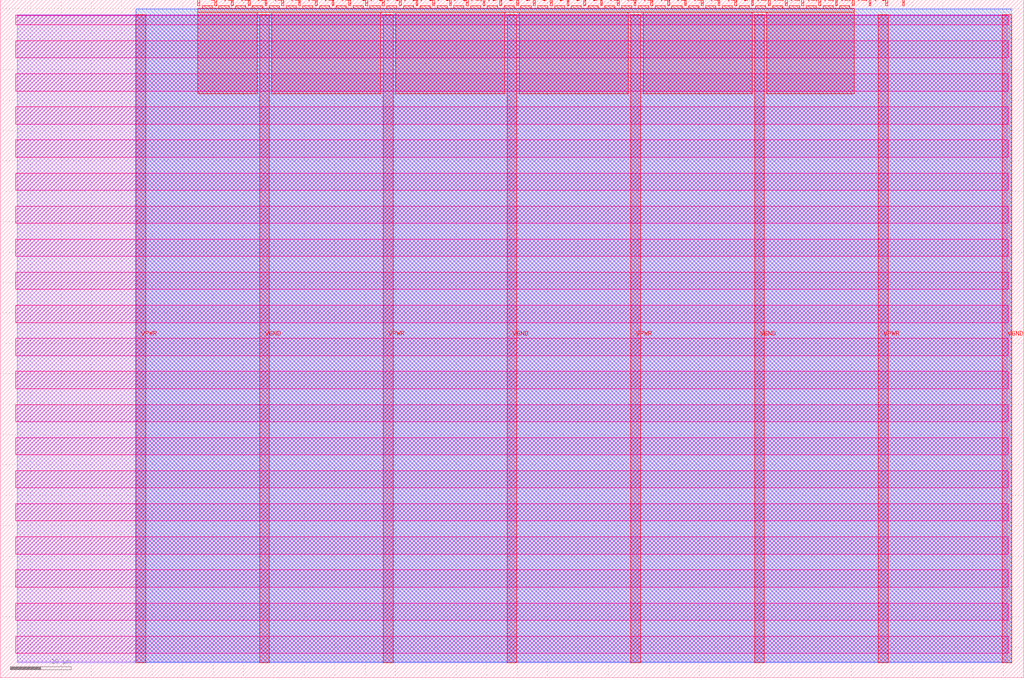
<source format=lef>
VERSION 5.7 ;
  NOWIREEXTENSIONATPIN ON ;
  DIVIDERCHAR "/" ;
  BUSBITCHARS "[]" ;
MACRO tt_um_wokwi_380408936929183745
  CLASS BLOCK ;
  FOREIGN tt_um_wokwi_380408936929183745 ;
  ORIGIN 0.000 0.000 ;
  SIZE 168.360 BY 111.520 ;
  PIN VGND
    DIRECTION INOUT ;
    USE GROUND ;
    PORT
      LAYER met4 ;
        RECT 42.670 2.480 44.270 109.040 ;
    END
    PORT
      LAYER met4 ;
        RECT 83.380 2.480 84.980 109.040 ;
    END
    PORT
      LAYER met4 ;
        RECT 124.090 2.480 125.690 109.040 ;
    END
    PORT
      LAYER met4 ;
        RECT 164.800 2.480 166.400 109.040 ;
    END
  END VGND
  PIN VPWR
    DIRECTION INOUT ;
    USE POWER ;
    PORT
      LAYER met4 ;
        RECT 22.315 2.480 23.915 109.040 ;
    END
    PORT
      LAYER met4 ;
        RECT 63.025 2.480 64.625 109.040 ;
    END
    PORT
      LAYER met4 ;
        RECT 103.735 2.480 105.335 109.040 ;
    END
    PORT
      LAYER met4 ;
        RECT 144.445 2.480 146.045 109.040 ;
    END
  END VPWR
  PIN clk
    DIRECTION INPUT ;
    USE SIGNAL ;
    PORT
      LAYER met4 ;
        RECT 145.670 110.520 145.970 111.520 ;
    END
  END clk
  PIN ena
    DIRECTION INPUT ;
    USE SIGNAL ;
    PORT
      LAYER met4 ;
        RECT 148.430 110.520 148.730 111.520 ;
    END
  END ena
  PIN rst_n
    DIRECTION INPUT ;
    USE SIGNAL ;
    PORT
      LAYER met4 ;
        RECT 142.910 110.520 143.210 111.520 ;
    END
  END rst_n
  PIN ui_in[0]
    DIRECTION INPUT ;
    USE SIGNAL ;
    ANTENNAGATEAREA 0.196500 ;
    PORT
      LAYER met4 ;
        RECT 140.150 110.520 140.450 111.520 ;
    END
  END ui_in[0]
  PIN ui_in[1]
    DIRECTION INPUT ;
    USE SIGNAL ;
    ANTENNAGATEAREA 0.196500 ;
    PORT
      LAYER met4 ;
        RECT 137.390 110.520 137.690 111.520 ;
    END
  END ui_in[1]
  PIN ui_in[2]
    DIRECTION INPUT ;
    USE SIGNAL ;
    PORT
      LAYER met4 ;
        RECT 134.630 110.520 134.930 111.520 ;
    END
  END ui_in[2]
  PIN ui_in[3]
    DIRECTION INPUT ;
    USE SIGNAL ;
    PORT
      LAYER met4 ;
        RECT 131.870 110.520 132.170 111.520 ;
    END
  END ui_in[3]
  PIN ui_in[4]
    DIRECTION INPUT ;
    USE SIGNAL ;
    PORT
      LAYER met4 ;
        RECT 129.110 110.520 129.410 111.520 ;
    END
  END ui_in[4]
  PIN ui_in[5]
    DIRECTION INPUT ;
    USE SIGNAL ;
    PORT
      LAYER met4 ;
        RECT 126.350 110.520 126.650 111.520 ;
    END
  END ui_in[5]
  PIN ui_in[6]
    DIRECTION INPUT ;
    USE SIGNAL ;
    ANTENNAGATEAREA 0.196500 ;
    PORT
      LAYER met4 ;
        RECT 123.590 110.520 123.890 111.520 ;
    END
  END ui_in[6]
  PIN ui_in[7]
    DIRECTION INPUT ;
    USE SIGNAL ;
    ANTENNAGATEAREA 0.196500 ;
    PORT
      LAYER met4 ;
        RECT 120.830 110.520 121.130 111.520 ;
    END
  END ui_in[7]
  PIN uio_in[0]
    DIRECTION INPUT ;
    USE SIGNAL ;
    PORT
      LAYER met4 ;
        RECT 118.070 110.520 118.370 111.520 ;
    END
  END uio_in[0]
  PIN uio_in[1]
    DIRECTION INPUT ;
    USE SIGNAL ;
    PORT
      LAYER met4 ;
        RECT 115.310 110.520 115.610 111.520 ;
    END
  END uio_in[1]
  PIN uio_in[2]
    DIRECTION INPUT ;
    USE SIGNAL ;
    PORT
      LAYER met4 ;
        RECT 112.550 110.520 112.850 111.520 ;
    END
  END uio_in[2]
  PIN uio_in[3]
    DIRECTION INPUT ;
    USE SIGNAL ;
    PORT
      LAYER met4 ;
        RECT 109.790 110.520 110.090 111.520 ;
    END
  END uio_in[3]
  PIN uio_in[4]
    DIRECTION INPUT ;
    USE SIGNAL ;
    PORT
      LAYER met4 ;
        RECT 107.030 110.520 107.330 111.520 ;
    END
  END uio_in[4]
  PIN uio_in[5]
    DIRECTION INPUT ;
    USE SIGNAL ;
    PORT
      LAYER met4 ;
        RECT 104.270 110.520 104.570 111.520 ;
    END
  END uio_in[5]
  PIN uio_in[6]
    DIRECTION INPUT ;
    USE SIGNAL ;
    PORT
      LAYER met4 ;
        RECT 101.510 110.520 101.810 111.520 ;
    END
  END uio_in[6]
  PIN uio_in[7]
    DIRECTION INPUT ;
    USE SIGNAL ;
    PORT
      LAYER met4 ;
        RECT 98.750 110.520 99.050 111.520 ;
    END
  END uio_in[7]
  PIN uio_oe[0]
    DIRECTION OUTPUT TRISTATE ;
    USE SIGNAL ;
    PORT
      LAYER met4 ;
        RECT 51.830 110.520 52.130 111.520 ;
    END
  END uio_oe[0]
  PIN uio_oe[1]
    DIRECTION OUTPUT TRISTATE ;
    USE SIGNAL ;
    PORT
      LAYER met4 ;
        RECT 49.070 110.520 49.370 111.520 ;
    END
  END uio_oe[1]
  PIN uio_oe[2]
    DIRECTION OUTPUT TRISTATE ;
    USE SIGNAL ;
    PORT
      LAYER met4 ;
        RECT 46.310 110.520 46.610 111.520 ;
    END
  END uio_oe[2]
  PIN uio_oe[3]
    DIRECTION OUTPUT TRISTATE ;
    USE SIGNAL ;
    PORT
      LAYER met4 ;
        RECT 43.550 110.520 43.850 111.520 ;
    END
  END uio_oe[3]
  PIN uio_oe[4]
    DIRECTION OUTPUT TRISTATE ;
    USE SIGNAL ;
    PORT
      LAYER met4 ;
        RECT 40.790 110.520 41.090 111.520 ;
    END
  END uio_oe[4]
  PIN uio_oe[5]
    DIRECTION OUTPUT TRISTATE ;
    USE SIGNAL ;
    PORT
      LAYER met4 ;
        RECT 38.030 110.520 38.330 111.520 ;
    END
  END uio_oe[5]
  PIN uio_oe[6]
    DIRECTION OUTPUT TRISTATE ;
    USE SIGNAL ;
    PORT
      LAYER met4 ;
        RECT 35.270 110.520 35.570 111.520 ;
    END
  END uio_oe[6]
  PIN uio_oe[7]
    DIRECTION OUTPUT TRISTATE ;
    USE SIGNAL ;
    PORT
      LAYER met4 ;
        RECT 32.510 110.520 32.810 111.520 ;
    END
  END uio_oe[7]
  PIN uio_out[0]
    DIRECTION OUTPUT TRISTATE ;
    USE SIGNAL ;
    PORT
      LAYER met4 ;
        RECT 73.910 110.520 74.210 111.520 ;
    END
  END uio_out[0]
  PIN uio_out[1]
    DIRECTION OUTPUT TRISTATE ;
    USE SIGNAL ;
    PORT
      LAYER met4 ;
        RECT 71.150 110.520 71.450 111.520 ;
    END
  END uio_out[1]
  PIN uio_out[2]
    DIRECTION OUTPUT TRISTATE ;
    USE SIGNAL ;
    PORT
      LAYER met4 ;
        RECT 68.390 110.520 68.690 111.520 ;
    END
  END uio_out[2]
  PIN uio_out[3]
    DIRECTION OUTPUT TRISTATE ;
    USE SIGNAL ;
    PORT
      LAYER met4 ;
        RECT 65.630 110.520 65.930 111.520 ;
    END
  END uio_out[3]
  PIN uio_out[4]
    DIRECTION OUTPUT TRISTATE ;
    USE SIGNAL ;
    PORT
      LAYER met4 ;
        RECT 62.870 110.520 63.170 111.520 ;
    END
  END uio_out[4]
  PIN uio_out[5]
    DIRECTION OUTPUT TRISTATE ;
    USE SIGNAL ;
    PORT
      LAYER met4 ;
        RECT 60.110 110.520 60.410 111.520 ;
    END
  END uio_out[5]
  PIN uio_out[6]
    DIRECTION OUTPUT TRISTATE ;
    USE SIGNAL ;
    PORT
      LAYER met4 ;
        RECT 57.350 110.520 57.650 111.520 ;
    END
  END uio_out[6]
  PIN uio_out[7]
    DIRECTION OUTPUT TRISTATE ;
    USE SIGNAL ;
    PORT
      LAYER met4 ;
        RECT 54.590 110.520 54.890 111.520 ;
    END
  END uio_out[7]
  PIN uo_out[0]
    DIRECTION OUTPUT TRISTATE ;
    USE SIGNAL ;
    ANTENNADIFFAREA 0.795200 ;
    PORT
      LAYER met4 ;
        RECT 95.990 110.520 96.290 111.520 ;
    END
  END uo_out[0]
  PIN uo_out[1]
    DIRECTION OUTPUT TRISTATE ;
    USE SIGNAL ;
    PORT
      LAYER met4 ;
        RECT 93.230 110.520 93.530 111.520 ;
    END
  END uo_out[1]
  PIN uo_out[2]
    DIRECTION OUTPUT TRISTATE ;
    USE SIGNAL ;
    ANTENNADIFFAREA 0.795200 ;
    PORT
      LAYER met4 ;
        RECT 90.470 110.520 90.770 111.520 ;
    END
  END uo_out[2]
  PIN uo_out[3]
    DIRECTION OUTPUT TRISTATE ;
    USE SIGNAL ;
    PORT
      LAYER met4 ;
        RECT 87.710 110.520 88.010 111.520 ;
    END
  END uo_out[3]
  PIN uo_out[4]
    DIRECTION OUTPUT TRISTATE ;
    USE SIGNAL ;
    PORT
      LAYER met4 ;
        RECT 84.950 110.520 85.250 111.520 ;
    END
  END uo_out[4]
  PIN uo_out[5]
    DIRECTION OUTPUT TRISTATE ;
    USE SIGNAL ;
    PORT
      LAYER met4 ;
        RECT 82.190 110.520 82.490 111.520 ;
    END
  END uo_out[5]
  PIN uo_out[6]
    DIRECTION OUTPUT TRISTATE ;
    USE SIGNAL ;
    PORT
      LAYER met4 ;
        RECT 79.430 110.520 79.730 111.520 ;
    END
  END uo_out[6]
  PIN uo_out[7]
    DIRECTION OUTPUT TRISTATE ;
    USE SIGNAL ;
    PORT
      LAYER met4 ;
        RECT 76.670 110.520 76.970 111.520 ;
    END
  END uo_out[7]
  OBS
      LAYER nwell ;
        RECT 2.570 107.385 165.790 108.990 ;
        RECT 2.570 101.945 165.790 104.775 ;
        RECT 2.570 96.505 165.790 99.335 ;
        RECT 2.570 91.065 165.790 93.895 ;
        RECT 2.570 85.625 165.790 88.455 ;
        RECT 2.570 80.185 165.790 83.015 ;
        RECT 2.570 74.745 165.790 77.575 ;
        RECT 2.570 69.305 165.790 72.135 ;
        RECT 2.570 63.865 165.790 66.695 ;
        RECT 2.570 58.425 165.790 61.255 ;
        RECT 2.570 52.985 165.790 55.815 ;
        RECT 2.570 47.545 165.790 50.375 ;
        RECT 2.570 42.105 165.790 44.935 ;
        RECT 2.570 36.665 165.790 39.495 ;
        RECT 2.570 31.225 165.790 34.055 ;
        RECT 2.570 25.785 165.790 28.615 ;
        RECT 2.570 20.345 165.790 23.175 ;
        RECT 2.570 14.905 165.790 17.735 ;
        RECT 2.570 9.465 165.790 12.295 ;
        RECT 2.570 4.025 165.790 6.855 ;
      LAYER li1 ;
        RECT 2.760 2.635 165.600 108.885 ;
      LAYER met1 ;
        RECT 2.760 2.480 166.400 109.040 ;
      LAYER met2 ;
        RECT 22.345 2.535 166.370 110.005 ;
      LAYER met3 ;
        RECT 22.325 2.555 166.390 109.985 ;
      LAYER met4 ;
        RECT 33.210 110.120 34.870 110.520 ;
        RECT 35.970 110.120 37.630 110.520 ;
        RECT 38.730 110.120 40.390 110.520 ;
        RECT 41.490 110.120 43.150 110.520 ;
        RECT 44.250 110.120 45.910 110.520 ;
        RECT 47.010 110.120 48.670 110.520 ;
        RECT 49.770 110.120 51.430 110.520 ;
        RECT 52.530 110.120 54.190 110.520 ;
        RECT 55.290 110.120 56.950 110.520 ;
        RECT 58.050 110.120 59.710 110.520 ;
        RECT 60.810 110.120 62.470 110.520 ;
        RECT 63.570 110.120 65.230 110.520 ;
        RECT 66.330 110.120 67.990 110.520 ;
        RECT 69.090 110.120 70.750 110.520 ;
        RECT 71.850 110.120 73.510 110.520 ;
        RECT 74.610 110.120 76.270 110.520 ;
        RECT 77.370 110.120 79.030 110.520 ;
        RECT 80.130 110.120 81.790 110.520 ;
        RECT 82.890 110.120 84.550 110.520 ;
        RECT 85.650 110.120 87.310 110.520 ;
        RECT 88.410 110.120 90.070 110.520 ;
        RECT 91.170 110.120 92.830 110.520 ;
        RECT 93.930 110.120 95.590 110.520 ;
        RECT 96.690 110.120 98.350 110.520 ;
        RECT 99.450 110.120 101.110 110.520 ;
        RECT 102.210 110.120 103.870 110.520 ;
        RECT 104.970 110.120 106.630 110.520 ;
        RECT 107.730 110.120 109.390 110.520 ;
        RECT 110.490 110.120 112.150 110.520 ;
        RECT 113.250 110.120 114.910 110.520 ;
        RECT 116.010 110.120 117.670 110.520 ;
        RECT 118.770 110.120 120.430 110.520 ;
        RECT 121.530 110.120 123.190 110.520 ;
        RECT 124.290 110.120 125.950 110.520 ;
        RECT 127.050 110.120 128.710 110.520 ;
        RECT 129.810 110.120 131.470 110.520 ;
        RECT 132.570 110.120 134.230 110.520 ;
        RECT 135.330 110.120 136.990 110.520 ;
        RECT 138.090 110.120 139.750 110.520 ;
        RECT 32.495 109.440 140.465 110.120 ;
        RECT 32.495 96.055 42.270 109.440 ;
        RECT 44.670 96.055 62.625 109.440 ;
        RECT 65.025 96.055 82.980 109.440 ;
        RECT 85.380 96.055 103.335 109.440 ;
        RECT 105.735 96.055 123.690 109.440 ;
        RECT 126.090 96.055 140.465 109.440 ;
  END
END tt_um_wokwi_380408936929183745
END LIBRARY


</source>
